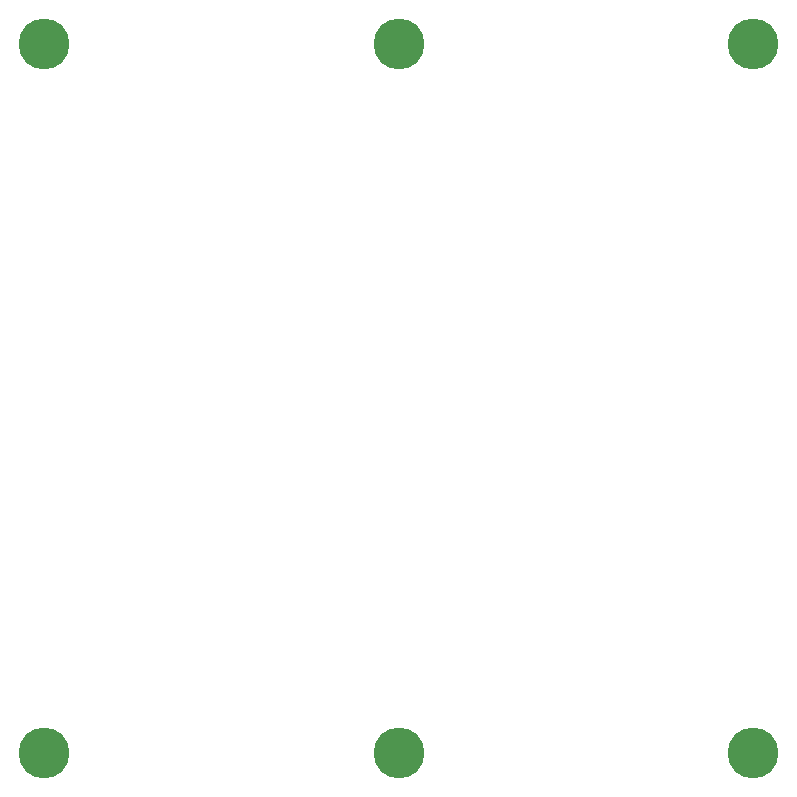
<source format=gbr>
%TF.GenerationSoftware,KiCad,Pcbnew,6.0.7*%
%TF.CreationDate,2022-12-16T09:26:01+13:00*%
%TF.ProjectId,panel,70616e65-6c2e-46b6-9963-61645f706362,rev?*%
%TF.SameCoordinates,Original*%
%TF.FileFunction,Soldermask,Bot*%
%TF.FilePolarity,Negative*%
%FSLAX46Y46*%
G04 Gerber Fmt 4.6, Leading zero omitted, Abs format (unit mm)*
G04 Created by KiCad (PCBNEW 6.0.7) date 2022-12-16 09:26:01*
%MOMM*%
%LPD*%
G01*
G04 APERTURE LIST*
%ADD10C,4.300000*%
G04 APERTURE END LIST*
D10*
%TO.C,REF\u002A\u002A*%
X100000000Y-130000000D03*
%TD*%
%TO.C,REF\u002A\u002A*%
X70000000Y-130000000D03*
%TD*%
%TO.C,REF\u002A\u002A*%
X130000000Y-70000000D03*
%TD*%
%TO.C,REF\u002A\u002A*%
X100000000Y-70000000D03*
%TD*%
%TO.C,REF\u002A\u002A*%
X70000000Y-70000000D03*
%TD*%
%TO.C,REF\u002A\u002A*%
X130000000Y-130000000D03*
%TD*%
M02*

</source>
